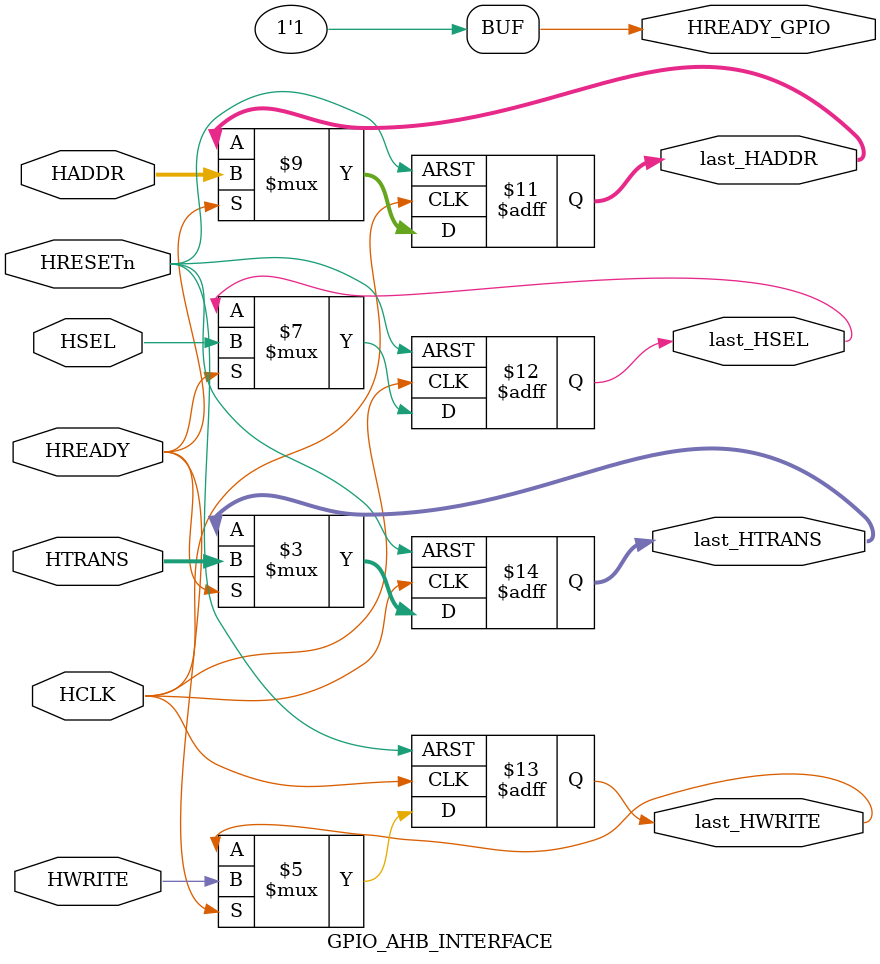
<source format=v>

module GPIO_AHB_INTERFACE (
  input wire HCLK,
  input wire HRESETn,
  input wire [31:0] HADDR,
  input wire HSEL,
  input wire HWRITE,
  input wire [1:0] HTRANS,
  input wire HREADY,
  output reg [31:0] last_HADDR,
  output reg last_HSEL,
  output reg last_HWRITE,
  output reg [1:0] last_HTRANS,
  output wire HREADY_GPIO
	
	 
);

  assign HREADY_GPIO = 1'b1;		//Always ready
  
//1clk latched 
  always @(posedge HCLK or negedge HRESETn)
  begin
    if(!HRESETn) 
	  begin
        last_HADDR <= 32'h0000_0000;
        last_HSEL <= 1'b0;
        last_HWRITE <= 1'b0;
        last_HTRANS <= 2'b00;
      end
    else if(HREADY) 
	  begin
        last_HSEL <= HSEL;
        last_HADDR <= HADDR;
        last_HWRITE <= HWRITE;
        last_HTRANS <= HTRANS;
      end
  end
  
  
  
endmodule
</source>
